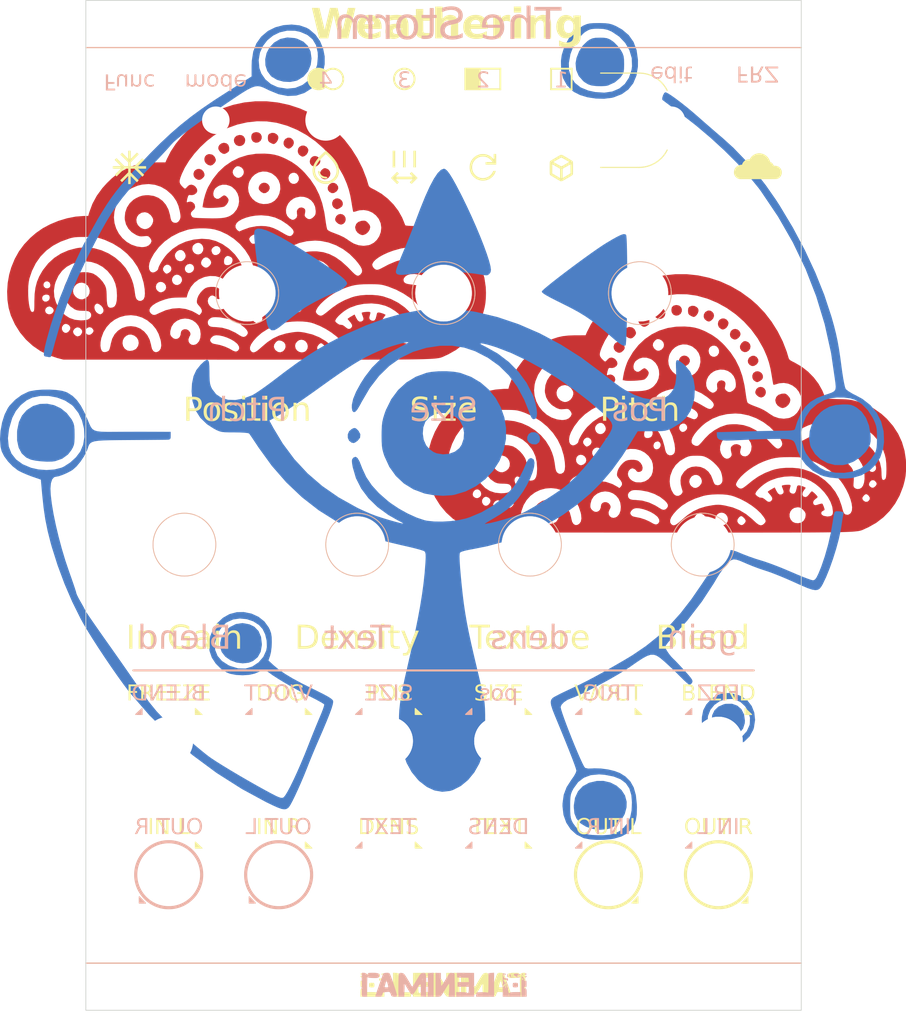
<source format=kicad_pcb>
(kicad_pcb (version 20240108) (generator "pcbnew") (generator_version "8.0")
  (layers (0 "F.Cu" signal) (31 "B.Cu" signal) (34 "B.Paste" user) (35 "F.Paste" user) (36 "B.SilkS" user "B.Silkscreen") (37 "F.SilkS" user "F.Silkscreen") (38 "B.Mask" user) (39 "F.Mask" user) (44 "Edge.Cuts" user))
  (net 0 "")
  (footprint "synth-gfx:clouds_q-1" (layer "F.Cu") (at 80 50.75)
    (property "Reference" "G***" (hide yes))
    (property "Value" "LOGO" (hide yes))
  )
  (footprint "synth-gfx:mount" (layer "F.Cu") (at 133.05 166.25)
    (property "Reference" "REF**" (hide yes))
    (property "Value" "mount")
  )
  (footprint "synth-gfx:mount" (layer "F.Cu") (at 56.95 43.75)
    (property "Reference" "REF**" (hide yes))
    (property "Value" "mount")
  )
  (footprint "synth-gfx:7.2mm_pot-sm" (layer "F.Cu") (at 106 110)
    (property "Reference" "REF**" (hide yes))
    (property "Value" "7.2mm_pot-sm")
  )
  (footprint "synth-gfx:7.2mm_pot-sm" (layer "F.Cu") (at 70 78)
    (property "Reference" "REF**" (hide yes))
    (property "Value" "7.2mm_pot-sm")
  )
  (footprint "synth-gfx:7.2mm_pot-sm" (layer "F.Cu") (at 62 110)
    (property "Reference" "REF**" (hide yes))
    (property "Value" "7.2mm_pot-sm")
  )
  (footprint "synth-gfx:wolkje-full" (layer "F.Cu") (at 135 62)
    (property "Reference" "G***")
    (property "Value" "LOGO" (hide yes))
  )
  (footprint "synth-gfx:reverb" (layer "F.Cu") (at 110 62)
    (property "Reference" "G***" (hide yes))
    (property "Value" "LOGO" (hide yes))
  )
  (footprint "synth-gfx:jack-input" (layer "F.Cu") (at 102 135)
    (property "Reference" "REF**" (hide yes))
    (property "Value" "jack-input")
  )
  (footprint "synth-gfx:7.2mm_pot-sm" (layer "F.Cu") (at 95 78)
    (property "Reference" "REF**" (hide yes))
    (property "Value" "7.2mm_pot-sm")
  )
  (footprint "synth-gfx:7.2mm_pot-sm" (layer "F.Cu") (at 120 78)
    (property "Reference" "REF**" (hide yes))
    (property "Value" "7.2mm_pot-sm")
  )
  (footprint "synth-gfx:clouds_q-4" (layer "F.Cu") (at 110 50.75)
    (property "Reference" "G***" (hide yes))
    (property "Value" "LOGO" (hide yes))
  )
  (footprint "synth-gfx:jack-input" (layer "F.Cu") (at 74 152)
    (property "Reference" "REF**" (hide yes))
    (property "Value" "jack-input")
  )
  (footprint "synth-gfx:freeze" (layer "F.Cu") (at 55 62)
    (property "Reference" "G***" (hide yes))
    (property "Value" "LOGO" (hide yes))
  )
  (footprint "synth-gfx:7.2mm_pot-sm" (layer "F.Cu") (at 84 110)
    (property "Reference" "REF**" (hide yes))
    (property "Value" "7.2mm_pot-sm")
  )
  (footprint "synth-gfx:clouds_q-3" (layer "F.Cu") (at 100 50.75)
    (property "Reference" "G***" (hide yes))
    (property "Value" "LOGO" (hide yes))
  )
  (footprint "synth-gfx:mount" (layer "F.Cu") (at 56.95 166.25)
    (property "Reference" "REF**" (hide yes))
    (property "Value" "mount")
  )
  (footprint "synth-gfx:wolkje-fu.c" (layer "F.Cu") (at 70 78)
    (property "Reference" "G***" (hide yes))
    (property "Value" "LOGO" (hide yes))
  )
  (footprint "synth-gfx:sw-ML6" (layer "F.Cu") (at 55 56)
    (property "Reference" "REF**" (hide yes))
    (property "Value" "sw-ML6")
  )
  (footprint "synth-gfx:clouds_q-2" (layer "F.Cu") (at 90 50.75)
    (property "Reference" "G***" (hide yes))
    (property "Value" "LOGO" (hide yes))
  )
  (footprint "synth-gfx:jack-output" (layer "F.Cu") (at 116 152)
    (property "Reference" "REF**" (hide yes))
    (property "Value" "jack-output")
  )
  (footprint "synth-gfx:jack-input" (layer "F.Cu") (at 88 152)
    (property "Reference" "REF**" (hide yes))
    (property "Value" "jack-input")
  )
  (footprint "synth-gfx:jack-input" (layer "F.Cu") (at 74 135)
    (property "Reference" "REF**" (hide yes))
    (property "Value" "jack-input")
  )
  (footprint "synth-gfx:led_5mm" (layer "F.Cu") (at 90 56)
    (property "Reference" "REF**" (hide yes))
    (property "Value" "led_5mm")
  )
  (footprint "synth-gfx:dry-wet" (layer "F.Cu") (at 80 62)
    (property "Reference" "G***" (hide yes))
    (property "Value" "LOGO" (hide yes))
  )
  (footprint "synth-gfx:jack-output" (layer "F.Cu") (at 130 152)
    (property "Reference" "REF**" (hide yes))
    (property "Value" "jack-output")
  )
  (footprint "Synth:lenimal_logo_full" (layer "F.Cu") (at 95 166)
    (property "Reference" "G***" (hide yes))
    (property "Value" "LOGO" (hide yes))
  )
  (footprint "synth-gfx:sw-push-button_6mm" (layer "F.Cu") (at 66 56)
    (property "Reference" "REF**" (hide yes))
    (property "Value" "sw-push-button_6mm")
  )
  (footprint "synth-gfx:led_5mm" (layer "F.Cu") (at 110 56)
    (property "Reference" "REF**" (hide yes))
    (property "Value" "led_5mm")
  )
  (footprint "synth-gfx:led_5mm" (layer "F.Cu") (at 100 56)
    (property "Reference" "REF**" (hide yes))
    (property "Value" "led_5mm")
  )
  (footprint "synth-gfx:mount" (layer "F.Cu") (at 133.05 43.75)
    (property "Reference" "REF**" (hide yes))
    (property "Value" "mount")
  )
  (footprint "synth-gfx:sw-push-button_6mm" (layer "F.Cu") (at 124 56)
    (property "Reference" "REF**" (hide yes))
    (property "Value" "sw-push-button_6mm")
  )
  (footprint "synth-gfx:spacing" (layer "F.Cu") (at 90 62)
    (property "Reference" "G***" (hide yes))
    (property "Value" "LOGO" (hide yes))
  )
  (footprint "synth-gfx:wolkje-fu.c" (layer "F.Cu") (at 123.5 100)
    (property "Reference" "G***" (hide yes))
    (property "Value" "LOGO" (hide yes))
  )
  (footprint "synth-gfx:jack-input" (layer "F.Cu") (at 102 152)
    (property "Reference" "REF**" (hide yes))
    (property "Value" "jack-input")
  )
  (footprint "synth-gfx:jack-input" (layer "F.Cu") (at 60 135)
    (property "Reference" "REF**" (hide yes))
    (property "Value" "jack-input")
  )
  (footprint "synth-gfx:sw-ML6" (layer "F.Cu") (at 135 56)
    (property "Reference" "REF**" (hide yes))
    (property "Value" "sw-ML6")
  )
  (footprint "synth-gfx:led_5mm" (layer "F.Cu") (at 80 56)
    (property "Reference" "REF**" (hide yes))
    (property "Value" "led_5mm")
  )
  (footprint "synth-gfx:jack-input" (layer "F.Cu") (at 60 152)
    (property "Reference" "REF**" (hide yes))
    (property "Value" "jack-input")
  )
  (footprint "synth-gfx:7.2mm_pot-sm" (layer "F.Cu") (at 128 110)
    (property "Reference" "REF**" (hide yes))
    (property "Value" "7.2mm_pot-sm")
  )
  (footprint "synth-gfx:jack-input" (layer "F.Cu") (at 88 135)
    (property "Reference" "REF**" (hide yes))
    (property "Value" "jack-input")
  )
  (footprint "synth-gfx:refresh" (layer "F.Cu") (at 100 62)
    (property "Reference" "G***" (hide yes))
    (property "Value" "LOGO" (hide yes))
  )
  (footprint "synth-gfx:jack-input" (layer "F.Cu") (at 116 135)
    (property "Reference" "REF**" (hide yes))
    (property "Value" "jack-input")
  )
  (footprint "synth-gfx:jack-input" (layer "F.Cu") (at 130 135)
    (property "Reference" "REF**" (hide yes))
    (property "Value" "jack-input")
  )
  (footprint "synth-gfx:jack-input" (layer "B.Cu") (at 60 135 180)
    (property "Reference" "REF**" (hide yes))
    (property "Value" "jack-input")
  )
  (footprint "synth-gfx:7.2mm_pot-sm" (layer "B.Cu") (at 120 78 180)
    (property "Reference" "REF**" (hide yes))
    (property "Value" "7.2mm_pot-sm")
  )
  (footprint "synth-gfx:7.2mm_pot-sm" (layer "B.Cu") (at 84 110 180)
    (property "Reference" "REF**" (hide yes))
    (property "Value" "7.2mm_pot-sm")
  )
  (footprint "synth-gfx:jack-input" (layer "B.Cu") (at 74 135 180)
    (property "Reference" "REF**" (hide yes))
    (property "Value" "jack-input")
  )
  (footprint "synth-gfx:7.2mm_pot-sm" (layer "B.Cu") (at 70 78 180)
    (property "Reference" "REF**" (hide yes))
    (property "Value" "7.2mm_pot-sm")
  )
  (footprint "synth-gfx:7.2mm_pot-sm" (layer "B.Cu") (at 95 78 180)
    (property "Reference" "REF**" (hide yes))
    (property "Value" "7.2mm_pot-sm")
  )
  (footprint "synth-gfx:jack-input" (layer "B.Cu") (at 88 135 180)
    (property "Reference" "REF**" (hide yes))
    (property "Value" "jack-input")
  )
  (footprint "synth-gfx:jack-input" (layer "B.Cu") (at 116 135 180)
    (property "Reference" "REF**" (hide yes))
    (property "Value" "jack-input")
  )
  (footprint "synth-gfx:jack-input" (layer "B.Cu") (at 116 152 180)
    (property "Reference" "REF**" (hide yes))
    (property "Value" "jack-input")
  )
  (footprint "synth-gfx:jack-output" (layer "B.Cu") (at 74 152 180)
    (property "Reference" "REF**" (hide yes))
    (property "Value" "jack-output")
  )
  (footprint "synth-gfx:7.2mm_pot-sm" (layer "B.Cu") (at 62 110 180)
    (property "Reference" "REF**" (hide yes))
    (property "Value" "7.2mm_pot-sm")
  )
  (footprint "synth-gfx:sheikah_symbol" (layer "B.Cu") (at 95 95 180)
    (property "Reference" "G***" (hide yes))
    (property "Value" "LOGO" (hide yes))
  )
  (footprint "synth-gfx:jack-input" (layer "B.Cu") (at 88 152 180)
    (property "Reference" "REF**" (hide yes))
    (property "Value" "jack-input")
  )
  (footprint "Synth:lenimal_logo_full" (layer "B.Cu") (at 95 166 180)
    (property "Reference" "G***" (hide yes))
    (property "Value" "LOGO" (hide yes))
  )
  (footprint "synth-gfx:7.2mm_pot-sm" (layer "B.Cu") (at 106 110 180)
    (property "Reference" "REF**" (hide yes))
    (property "Value" "7.2mm_pot-sm")
  )
  (footprint "synth-gfx:jack-input" (layer "B.Cu") (at 102 135 180)
    (property "Reference" "REF**" (hide yes))
    (property "Value" "jack-input")
  )
  (footprint "synth-gfx:jack-input" (layer "B.Cu") (at 130 152 180)
    (property "Reference" "REF**" (hide yes))
    (property "Value" "jack-input")
  )
  (footprint "synth-gfx:7.2mm_pot-sm" (layer "B.Cu") (at 128 110 180)
    (property "Reference" "REF**" (hide yes))
    (property "Value" "7.2mm_pot-sm")
  )
  (footprint "synth-gfx:jack-input" (layer "B.Cu") (at 102 152 180)
    (property "Reference" "REF**" (hide yes))
    (property "Value" "jack-input")
  )
  (footprint "synth-gfx:jack-output" (layer "B.Cu") (at 60 152 180)
    (property "Reference" "REF**" (hide yes))
    (property "Value" "jack-output")
  )
  (footprint "synth-gfx:jack-input" (layer "B.Cu") (at 130 135 180)
    (property "Reference" "REF**" (hide yes))
    (property "Value" "jack-input")
  )
  (gr_line (start 49.45 163.25) (end 140.55 163.25) (stroke (width 0.15)) (layer "B.SilkS"))
  (gr_line (start 55.5 126) (end 134.5 126) (stroke (width 0.25)) (layer "B.SilkS"))
  (gr_line (start 140.55 46.75) (end 49.45 46.75) (stroke (width 0.15)) (layer "B.SilkS"))
  (gr_line (start 49.45 46.75) (end 140.55 46.75) (stroke (width 0.15)) (layer "F.SilkS"))
  (gr_line (start 140.55 163.25) (end 49.45 163.25) (stroke (width 0.15)) (layer "F.SilkS"))
  (gr_line (start 134.5 126) (end 55.5 126) (stroke (width 0.25)) (layer "F.SilkS"))
  (gr_line (start 115 50) (end 119.897075 50) (stroke (width 0.15)) (layer "F.SilkS"))
  (gr_line (start 115 62) (end 119.897075 62) (stroke (width 0.15)) (layer "F.SilkS"))
  (gr_arc (start 123.474784 59.788854) (mid 122 61.402603) (end 119.897075 62) (stroke (width 0.15)) (layer "F.SilkS"))
  (gr_arc (start 119.897075 50) (mid 122 50.597397) (end 123.474784 52.211146) (stroke (width 0.15)) (layer "F.SilkS"))
  (gr_rect (start 49.45 40.75) (end 140.55 169.25) (stroke (width 0.1)) (fill none) (layer "Edge.Cuts"))
  (gr_text "DENS" (at 102 146 -0) (layer "B.SilkS") (effects (font (size 2 2)) (justify mirror)))
  (gr_text "The Storm" (at 95.5 44 0) (layer "B.SilkS") (effects (font (size 4 4)) (justify mirror)))
  (gr_text "SIZE" (at 88 129 -0) (layer "B.SilkS") (effects (font (size 2 2)) (justify mirror)))
  (gr_text "gain" (at 128 122 0) (layer "B.SilkS") (effects (font (size 3 3)) (justify mirror)))
  (gr_text "Pos" (at 120 93 0) (layer "B.SilkS") (effects (font (size 3 3)) (justify mirror)))
  (gr_text "IN R" (at 116 146 -0) (layer "B.SilkS") (effects (font (size 2 2)) (justify mirror)))
  (gr_text "Size" (at 95 93 0) (layer "B.SilkS") (effects (font (size 3 3)) (justify mirror)))
  (gr_text "Blend" (at 62 122 0) (layer "B.SilkS") (effects (font (size 3 3)) (justify mirror)))
  (gr_text "mode" (at 66 51 180) (layer "B.SilkS") (effects (font (size 2 2)) (justify mirror)))
  (gr_text "2" (at 100 51 0) (layer "B.SilkS") (effects (font (size 2 2)) (justify mirror)))
  (gr_text "FRZ" (at 135 50 180) (layer "B.SilkS") (effects (font (size 2 2)) (justify mirror)))
  (gr_text "OUT R" (at 60 146 -0) (layer "B.SilkS") (effects (font (size 2 2)) (justify mirror)))
  (gr_text "V/OCT" (at 74 129 -0) (layer "B.SilkS") (effects (font (size 2 2)) (justify mirror)))
  (gr_text "dens" (at 106 122 0) (layer "B.SilkS") (effects (font (size 3 3)) (justify mirror)))
  (gr_text "FRZ" (at 130 129 0) (layer "B.SilkS") (effects (font (size 2 2)) (justify mirror)))
  (gr_text "Text" (at 84 122 0) (layer "B.SilkS") (effects (font (size 3 3)) (justify mirror)))
  (gr_text "3" (at 90 51 0) (layer "B.SilkS") (effects (font (size 2 2)) (justify mirror)))
  (gr_text "1" (at 110 51 0) (layer "B.SilkS") (effects (font (size 2 2)) (justify mirror)))
  (gr_text "Pitch" (at 70 93 0) (layer "B.SilkS") (effects (font (size 3 3)) (justify mirror)))
  (gr_text "TRIG" (at 116 129 0) (layer "B.SilkS") (effects (font (size 2 2)) (justify mirror)))
  (gr_text "BLEND" (at 60 129 -0) (layer "B.SilkS") (effects (font (size 2 2)) (justify mirror)))
  (gr_text "4" (at 80 51 0) (layer "B.SilkS") (effects (font (size 2 2)) (justify mirror)))
  (gr_text "OUT L" (at 74 146 -0) (layer "B.SilkS") (effects (font (size 2 2)) (justify mirror)))
  (gr_text "Func" (at 55 51 180) (layer "B.SilkS") (effects (font (size 2 2)) (justify mirror)))
  (gr_text "pos" (at 102 129 0) (layer "B.SilkS") (effects (font (size 2 2)) (justify mirror)))
  (gr_text "IN L" (at 130 146 -0) (layer "B.SilkS") (effects (font (size 2 2)) (justify mirror)))
  (gr_text "edit" (at 124 50 180) (layer "B.SilkS") (effects (font (size 2 2)) (justify mirror)))
  (gr_text "TEXT" (at 88 146 -0) (layer "B.SilkS") (effects (font (size 2 2)) (justify mirror)))
  (gr_text "Size" (at 95 93 0) (layer "F.SilkS") (effects (font (size 3 3))))
  (gr_text "TRIG" (at 74 129 0) (layer "F.SilkS") (effects (font (size 2 2))))
  (gr_text "V/OCT" (at 116 129 0) (layer "F.SilkS") (effects (font (size 2 2))))
  (gr_text "SIZE" (at 102 129 0) (layer "F.SilkS") (effects (font (size 2 2))))
  (gr_text "Weathering" (at 95.5 44 0) (layer "F.SilkS") (effects (font (size 3.8 3.8))))
  (gr_text "Blend" (at 128 122 0) (layer "F.SilkS") (effects (font (size 3 3))))
  (gr_text "OUT R" (at 130 146 0) (layer "F.SilkS") (effects (font (size 2 2))))
  (gr_text "OUT L" (at 116 146 0) (layer "F.SilkS") (effects (font (size 2 2))))
  (gr_text "In Gain" (at 62 122 0) (layer "F.SilkS") (effects (font (size 3 3))))
  (gr_text "FREEZE" (at 60 129 0) (layer "F.SilkS") (effects (font (size 2 2))))
  (gr_text "Density" (at 84 122 0) (layer "F.SilkS") (effects (font (size 3 3))))
  (gr_text "Texture" (at 106 122 0) (layer "F.SilkS") (effects (font (size 3 3))))
  (gr_text "POS" (at 88 129 0) (layer "F.SilkS") (effects (font (size 2 2))))
  (gr_text "TEXT" (at 102 146 0) (layer "F.SilkS") (effects (font (size 2 2))))
  (gr_text "BLEND" (at 130 129 0) (layer "F.SilkS") (effects (font (size 2 2))))
  (gr_text "DENS" (at 88 146 0) (layer "F.SilkS") (effects (font (size 2 2))))
  (gr_text "IN R" (at 74 146 0) (layer "F.SilkS") (effects (font (size 2 2))))
  (gr_text "Pitch" (at 120 93 0) (layer "F.SilkS") (effects (font (size 3 3))))
  (gr_text "Position" (at 70 93 0) (layer "F.SilkS") (effects (font (size 3 3))))
  (gr_text "IN L" (at 60 146 0) (layer "F.SilkS") (effects (font (size 2 2))))
)
</source>
